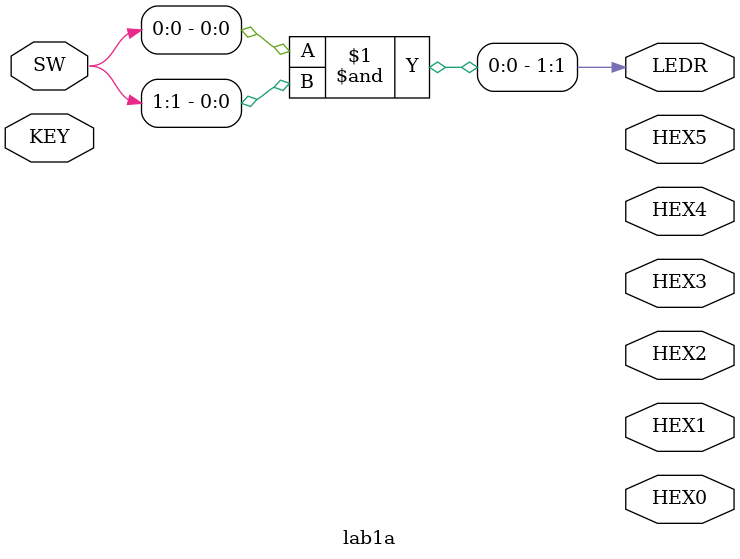
<source format=v>


module lab1a(

	//////////// SEG7 //////////
	output		     [7:0]		HEX0,
	output		     [7:0]		HEX1,
	output		     [7:0]		HEX2,
	output		     [7:0]		HEX3,
	output		     [7:0]		HEX4,
	output		     [7:0]		HEX5,

	//////////// KEY //////////
	input 		     [1:0]		KEY,

	//////////// LED //////////
	output		     [9:0]		LEDR,

	//////////// SW //////////
	input 		     [9:0]		SW
);



//=======================================================
//  REG/WIRE declarations
//=======================================================




//=======================================================
//  Structural coding
//=======================================================
assign LEDR[1] = SW[0] & SW[1];


endmodule

</source>
